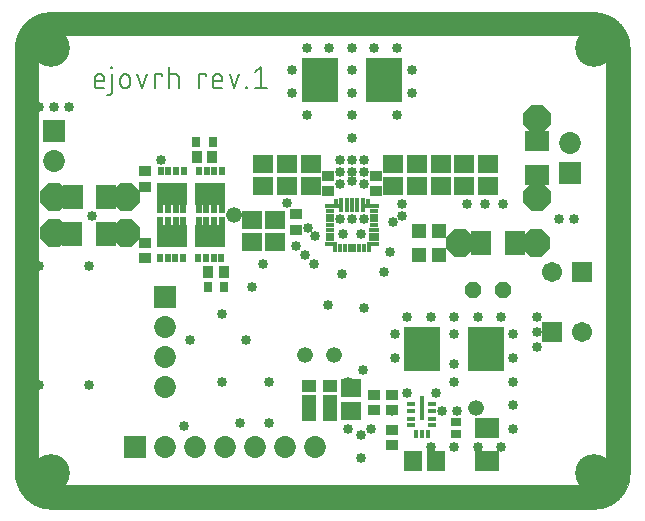
<source format=gts>
G04 EAGLE Gerber RS-274X export*
G75*
%MOMM*%
%FSLAX35Y35*%
%LPD*%
%INsolder_mask_top*%
%IPPOS*%
%AMOC8*
5,1,8,0,0,1.08239X$1,22.5*%
G01*
%ADD10C,0.000000*%
%ADD11C,2.000000*%
%ADD12C,0.203200*%
%ADD13R,1.153200X0.403200*%
%ADD14R,0.803200X0.403200*%
%ADD15R,1.103200X0.403200*%
%ADD16R,0.403200X0.803200*%
%ADD17R,0.903200X0.403200*%
%ADD18R,0.853200X0.403200*%
%ADD19R,0.883200X0.403200*%
%ADD20R,0.403200X1.203200*%
%ADD21R,0.403200X1.153200*%
%ADD22R,1.203200X1.303200*%
%ADD23R,1.103200X0.903200*%
%ADD24R,0.503200X0.803200*%
%ADD25R,0.503200X0.838200*%
%ADD26R,2.653200X1.978200*%
%ADD27R,0.803200X0.903200*%
%ADD28R,1.703200X1.503200*%
%ADD29P,1.539592X8X22.500000*%
%ADD30R,3.153200X3.703200*%
%ADD31C,1.703200*%
%ADD32R,1.703200X1.703200*%
%ADD33R,1.303200X2.203200*%
%ADD34R,1.303200X1.003200*%
%ADD35R,2.003200X1.803200*%
%ADD36R,0.803200X0.453200*%
%ADD37R,0.453200X2.028200*%
%ADD38R,0.453200X0.803200*%
%ADD39R,1.503200X1.703200*%
%ADD40R,0.903200X0.803200*%
%ADD41R,0.903200X1.103200*%
%ADD42P,2.556822X8X22.500000*%
%ADD43R,1.803200X2.006200*%
%ADD44P,2.556822X8X202.500000*%
%ADD45P,2.556822X8X112.500000*%
%ADD46R,2.006200X1.803200*%
%ADD47R,1.853200X1.853200*%
%ADD48C,1.853200*%
%ADD49C,0.853200*%
%ADD50C,3.203200*%
%ADD51C,1.328200*%


D10*
X0Y3900000D02*
X0Y300000D01*
X88Y292751D01*
X350Y285506D01*
X788Y278270D01*
X1401Y271046D01*
X2187Y263839D01*
X3148Y256653D01*
X4282Y249493D01*
X5589Y242362D01*
X7068Y235265D01*
X8717Y228205D01*
X10537Y221188D01*
X12526Y214216D01*
X14683Y207295D01*
X17006Y200428D01*
X19495Y193619D01*
X22148Y186872D01*
X24962Y180191D01*
X27938Y173580D01*
X31072Y167043D01*
X34363Y160583D01*
X37810Y154205D01*
X41409Y147912D01*
X45160Y141708D01*
X49059Y135596D01*
X53105Y129581D01*
X57295Y123664D01*
X61627Y117851D01*
X66098Y112144D01*
X70705Y106547D01*
X75447Y101063D01*
X80319Y95695D01*
X85320Y90447D01*
X90447Y85320D01*
X95695Y80319D01*
X101063Y75447D01*
X106547Y70705D01*
X112144Y66098D01*
X117851Y61627D01*
X123664Y57295D01*
X129581Y53105D01*
X135596Y49059D01*
X141708Y45160D01*
X147912Y41409D01*
X154205Y37810D01*
X160583Y34363D01*
X167043Y31072D01*
X173580Y27938D01*
X180191Y24962D01*
X186872Y22148D01*
X193619Y19495D01*
X200428Y17006D01*
X207295Y14683D01*
X214216Y12526D01*
X221188Y10537D01*
X228205Y8717D01*
X235265Y7068D01*
X242362Y5589D01*
X249493Y4282D01*
X256653Y3148D01*
X263839Y2187D01*
X271046Y1401D01*
X278270Y788D01*
X285506Y350D01*
X292751Y88D01*
X300000Y0D01*
X4900000Y0D01*
X4907249Y88D01*
X4914494Y350D01*
X4921730Y788D01*
X4928954Y1401D01*
X4936161Y2187D01*
X4943347Y3148D01*
X4950507Y4282D01*
X4957638Y5589D01*
X4964735Y7068D01*
X4971795Y8717D01*
X4978812Y10537D01*
X4985784Y12526D01*
X4992705Y14683D01*
X4999572Y17006D01*
X5006381Y19495D01*
X5013128Y22148D01*
X5019809Y24962D01*
X5026420Y27938D01*
X5032957Y31072D01*
X5039417Y34363D01*
X5045795Y37810D01*
X5052088Y41409D01*
X5058292Y45160D01*
X5064404Y49059D01*
X5070419Y53105D01*
X5076336Y57295D01*
X5082149Y61627D01*
X5087856Y66098D01*
X5093453Y70705D01*
X5098937Y75447D01*
X5104305Y80319D01*
X5109553Y85320D01*
X5114680Y90447D01*
X5119681Y95695D01*
X5124553Y101063D01*
X5129295Y106547D01*
X5133902Y112144D01*
X5138373Y117851D01*
X5142705Y123664D01*
X5146895Y129581D01*
X5150941Y135596D01*
X5154840Y141708D01*
X5158591Y147912D01*
X5162190Y154205D01*
X5165637Y160583D01*
X5168928Y167043D01*
X5172062Y173580D01*
X5175038Y180191D01*
X5177852Y186872D01*
X5180505Y193619D01*
X5182994Y200428D01*
X5185317Y207295D01*
X5187474Y214216D01*
X5189463Y221188D01*
X5191283Y228205D01*
X5192932Y235265D01*
X5194411Y242362D01*
X5195718Y249493D01*
X5196852Y256653D01*
X5197813Y263839D01*
X5198599Y271046D01*
X5199212Y278270D01*
X5199650Y285506D01*
X5199912Y292751D01*
X5200000Y300000D01*
X5200000Y3900000D01*
X5199912Y3907249D01*
X5199650Y3914494D01*
X5199212Y3921730D01*
X5198599Y3928954D01*
X5197813Y3936161D01*
X5196852Y3943347D01*
X5195718Y3950507D01*
X5194411Y3957638D01*
X5192932Y3964735D01*
X5191283Y3971795D01*
X5189463Y3978812D01*
X5187474Y3985784D01*
X5185317Y3992705D01*
X5182994Y3999572D01*
X5180505Y4006381D01*
X5177852Y4013128D01*
X5175038Y4019809D01*
X5172062Y4026420D01*
X5168928Y4032957D01*
X5165637Y4039417D01*
X5162190Y4045795D01*
X5158591Y4052088D01*
X5154840Y4058292D01*
X5150941Y4064404D01*
X5146895Y4070419D01*
X5142705Y4076336D01*
X5138373Y4082149D01*
X5133902Y4087856D01*
X5129295Y4093453D01*
X5124553Y4098937D01*
X5119681Y4104305D01*
X5114680Y4109553D01*
X5109553Y4114680D01*
X5104305Y4119681D01*
X5098937Y4124553D01*
X5093453Y4129295D01*
X5087856Y4133902D01*
X5082149Y4138373D01*
X5076336Y4142705D01*
X5070419Y4146895D01*
X5064404Y4150941D01*
X5058292Y4154840D01*
X5052088Y4158591D01*
X5045795Y4162190D01*
X5039417Y4165637D01*
X5032957Y4168928D01*
X5026420Y4172062D01*
X5019809Y4175038D01*
X5013128Y4177852D01*
X5006381Y4180505D01*
X4999572Y4182994D01*
X4992705Y4185317D01*
X4985784Y4187474D01*
X4978812Y4189463D01*
X4971795Y4191283D01*
X4964735Y4192932D01*
X4957638Y4194411D01*
X4950507Y4195718D01*
X4943347Y4196852D01*
X4936161Y4197813D01*
X4928954Y4198599D01*
X4921730Y4199212D01*
X4914494Y4199650D01*
X4907249Y4199912D01*
X4900000Y4200000D01*
X300000Y4200000D01*
X292751Y4199912D01*
X285506Y4199650D01*
X278270Y4199212D01*
X271046Y4198599D01*
X263839Y4197813D01*
X256653Y4196852D01*
X249493Y4195718D01*
X242362Y4194411D01*
X235265Y4192932D01*
X228205Y4191283D01*
X221188Y4189463D01*
X214216Y4187474D01*
X207295Y4185317D01*
X200428Y4182994D01*
X193619Y4180505D01*
X186872Y4177852D01*
X180191Y4175038D01*
X173580Y4172062D01*
X167043Y4168928D01*
X160583Y4165637D01*
X154205Y4162190D01*
X147912Y4158591D01*
X141708Y4154840D01*
X135596Y4150941D01*
X129581Y4146895D01*
X123664Y4142705D01*
X117851Y4138373D01*
X112144Y4133902D01*
X106547Y4129295D01*
X101063Y4124553D01*
X95695Y4119681D01*
X90447Y4114680D01*
X85320Y4109553D01*
X80319Y4104305D01*
X75447Y4098937D01*
X70705Y4093453D01*
X66098Y4087856D01*
X61627Y4082149D01*
X57295Y4076336D01*
X53105Y4070419D01*
X49059Y4064404D01*
X45160Y4058292D01*
X41409Y4052088D01*
X37810Y4045795D01*
X34363Y4039417D01*
X31072Y4032957D01*
X27938Y4026420D01*
X24962Y4019809D01*
X22148Y4013128D01*
X19495Y4006381D01*
X17006Y3999572D01*
X14683Y3992705D01*
X12526Y3985784D01*
X10537Y3978812D01*
X8717Y3971795D01*
X7068Y3964735D01*
X5589Y3957638D01*
X4282Y3950507D01*
X3148Y3943347D01*
X2187Y3936161D01*
X1401Y3928954D01*
X788Y3921730D01*
X350Y3914494D01*
X88Y3907249D01*
X0Y3900000D01*
D11*
X100000Y3900000D02*
X100058Y3904833D01*
X100234Y3909663D01*
X100525Y3914487D01*
X100934Y3919303D01*
X101458Y3924107D01*
X102099Y3928898D01*
X102855Y3933671D01*
X103726Y3938425D01*
X104712Y3943157D01*
X105812Y3947863D01*
X107025Y3952541D01*
X108351Y3957189D01*
X109789Y3961803D01*
X111338Y3966382D01*
X112997Y3970921D01*
X114765Y3975419D01*
X116642Y3979873D01*
X118625Y3984280D01*
X120715Y3988638D01*
X122909Y3992945D01*
X125206Y3997197D01*
X127606Y4001392D01*
X130106Y4005528D01*
X132706Y4009603D01*
X135403Y4013613D01*
X138197Y4017557D01*
X141084Y4021433D01*
X144065Y4025237D01*
X147137Y4028968D01*
X150298Y4032625D01*
X153546Y4036203D01*
X156880Y4039702D01*
X160298Y4043120D01*
X163797Y4046454D01*
X167375Y4049702D01*
X171032Y4052863D01*
X174763Y4055935D01*
X178567Y4058916D01*
X182443Y4061803D01*
X186387Y4064597D01*
X190397Y4067294D01*
X194472Y4069894D01*
X198608Y4072394D01*
X202803Y4074794D01*
X207055Y4077091D01*
X211362Y4079285D01*
X215720Y4081375D01*
X220127Y4083358D01*
X224581Y4085235D01*
X229079Y4087003D01*
X233618Y4088662D01*
X238197Y4090211D01*
X242811Y4091649D01*
X247459Y4092975D01*
X252137Y4094188D01*
X256843Y4095288D01*
X261575Y4096274D01*
X266329Y4097145D01*
X271102Y4097901D01*
X275893Y4098542D01*
X280697Y4099066D01*
X285513Y4099475D01*
X290337Y4099766D01*
X295167Y4099942D01*
X300000Y4100000D01*
X100000Y3900000D02*
X100000Y300000D01*
X100058Y295167D01*
X100234Y290337D01*
X100525Y285513D01*
X100934Y280697D01*
X101458Y275893D01*
X102099Y271102D01*
X102855Y266329D01*
X103726Y261575D01*
X104712Y256843D01*
X105812Y252137D01*
X107025Y247459D01*
X108351Y242811D01*
X109789Y238197D01*
X111338Y233618D01*
X112997Y229079D01*
X114765Y224581D01*
X116642Y220127D01*
X118625Y215720D01*
X120715Y211362D01*
X122909Y207055D01*
X125206Y202803D01*
X127606Y198608D01*
X130106Y194472D01*
X132706Y190397D01*
X135403Y186387D01*
X138197Y182443D01*
X141084Y178567D01*
X144065Y174763D01*
X147137Y171032D01*
X150298Y167375D01*
X153546Y163797D01*
X156880Y160298D01*
X160298Y156880D01*
X163797Y153546D01*
X167375Y150298D01*
X171032Y147137D01*
X174763Y144065D01*
X178567Y141084D01*
X182443Y138197D01*
X186387Y135403D01*
X190397Y132706D01*
X194472Y130106D01*
X198608Y127606D01*
X202803Y125206D01*
X207055Y122909D01*
X211362Y120715D01*
X215720Y118625D01*
X220127Y116642D01*
X224581Y114765D01*
X229079Y112997D01*
X233618Y111338D01*
X238197Y109789D01*
X242811Y108351D01*
X247459Y107025D01*
X252137Y105812D01*
X256843Y104712D01*
X261575Y103726D01*
X266329Y102855D01*
X271102Y102099D01*
X275893Y101458D01*
X280697Y100934D01*
X285513Y100525D01*
X290337Y100234D01*
X295167Y100058D01*
X300000Y100000D01*
X4900000Y100000D01*
X4904833Y100058D01*
X4909663Y100234D01*
X4914487Y100525D01*
X4919303Y100934D01*
X4924107Y101458D01*
X4928898Y102099D01*
X4933671Y102855D01*
X4938425Y103726D01*
X4943157Y104712D01*
X4947863Y105812D01*
X4952541Y107025D01*
X4957189Y108351D01*
X4961803Y109789D01*
X4966382Y111338D01*
X4970921Y112997D01*
X4975419Y114765D01*
X4979873Y116642D01*
X4984280Y118625D01*
X4988638Y120715D01*
X4992945Y122909D01*
X4997197Y125206D01*
X5001392Y127606D01*
X5005528Y130106D01*
X5009603Y132706D01*
X5013613Y135403D01*
X5017557Y138197D01*
X5021433Y141084D01*
X5025237Y144065D01*
X5028968Y147137D01*
X5032625Y150298D01*
X5036203Y153546D01*
X5039702Y156880D01*
X5043120Y160298D01*
X5046454Y163797D01*
X5049702Y167375D01*
X5052863Y171032D01*
X5055935Y174763D01*
X5058916Y178567D01*
X5061803Y182443D01*
X5064597Y186387D01*
X5067294Y190397D01*
X5069894Y194472D01*
X5072394Y198608D01*
X5074794Y202803D01*
X5077091Y207055D01*
X5079285Y211362D01*
X5081375Y215720D01*
X5083358Y220127D01*
X5085235Y224581D01*
X5087003Y229079D01*
X5088662Y233618D01*
X5090211Y238197D01*
X5091649Y242811D01*
X5092975Y247459D01*
X5094188Y252137D01*
X5095288Y256843D01*
X5096274Y261575D01*
X5097145Y266329D01*
X5097901Y271102D01*
X5098542Y275893D01*
X5099066Y280697D01*
X5099475Y285513D01*
X5099766Y290337D01*
X5099942Y295167D01*
X5100000Y300000D01*
X5100000Y3900000D01*
X5099942Y3904833D01*
X5099766Y3909663D01*
X5099475Y3914487D01*
X5099066Y3919303D01*
X5098542Y3924107D01*
X5097901Y3928898D01*
X5097145Y3933671D01*
X5096274Y3938425D01*
X5095288Y3943157D01*
X5094188Y3947863D01*
X5092975Y3952541D01*
X5091649Y3957189D01*
X5090211Y3961803D01*
X5088662Y3966382D01*
X5087003Y3970921D01*
X5085235Y3975419D01*
X5083358Y3979873D01*
X5081375Y3984280D01*
X5079285Y3988638D01*
X5077091Y3992945D01*
X5074794Y3997197D01*
X5072394Y4001392D01*
X5069894Y4005528D01*
X5067294Y4009603D01*
X5064597Y4013613D01*
X5061803Y4017557D01*
X5058916Y4021433D01*
X5055935Y4025237D01*
X5052863Y4028968D01*
X5049702Y4032625D01*
X5046454Y4036203D01*
X5043120Y4039702D01*
X5039702Y4043120D01*
X5036203Y4046454D01*
X5032625Y4049702D01*
X5028968Y4052863D01*
X5025237Y4055935D01*
X5021433Y4058916D01*
X5017557Y4061803D01*
X5013613Y4064597D01*
X5009603Y4067294D01*
X5005528Y4069894D01*
X5001392Y4072394D01*
X4997197Y4074794D01*
X4992945Y4077091D01*
X4988638Y4079285D01*
X4984280Y4081375D01*
X4979873Y4083358D01*
X4975419Y4085235D01*
X4970921Y4087003D01*
X4966382Y4088662D01*
X4961803Y4090211D01*
X4957189Y4091649D01*
X4952541Y4092975D01*
X4947863Y4094188D01*
X4943157Y4095288D01*
X4938425Y4096274D01*
X4933671Y4097145D01*
X4928898Y4097901D01*
X4924107Y4098542D01*
X4919303Y4099066D01*
X4914487Y4099475D01*
X4909663Y4099766D01*
X4904833Y4099942D01*
X4900000Y4100000D01*
X300000Y4100000D01*
D12*
X700777Y3560160D02*
X750688Y3560160D01*
X700777Y3560160D02*
X700053Y3560169D01*
X699330Y3560195D01*
X698608Y3560239D01*
X697887Y3560300D01*
X697167Y3560378D01*
X696450Y3560474D01*
X695735Y3560587D01*
X695023Y3560718D01*
X694315Y3560866D01*
X693610Y3561030D01*
X692910Y3561212D01*
X692214Y3561410D01*
X691523Y3561626D01*
X690837Y3561858D01*
X690158Y3562106D01*
X689484Y3562371D01*
X688817Y3562652D01*
X688157Y3562949D01*
X687505Y3563262D01*
X686860Y3563590D01*
X686223Y3563934D01*
X685595Y3564294D01*
X684976Y3564668D01*
X684366Y3565057D01*
X683765Y3565461D01*
X683175Y3565879D01*
X682594Y3566312D01*
X682025Y3566758D01*
X681466Y3567218D01*
X680918Y3567691D01*
X680383Y3568178D01*
X679859Y3568677D01*
X679347Y3569189D01*
X678848Y3569713D01*
X678361Y3570248D01*
X677888Y3570796D01*
X677428Y3571355D01*
X676982Y3571924D01*
X676549Y3572505D01*
X676131Y3573095D01*
X675727Y3573696D01*
X675338Y3574306D01*
X674964Y3574925D01*
X674604Y3575553D01*
X674260Y3576190D01*
X673932Y3576835D01*
X673619Y3577487D01*
X673322Y3578147D01*
X673041Y3578814D01*
X672776Y3579488D01*
X672528Y3580167D01*
X672296Y3580853D01*
X672080Y3581544D01*
X671882Y3582240D01*
X671700Y3582940D01*
X671536Y3583645D01*
X671388Y3584353D01*
X671257Y3585065D01*
X671144Y3585780D01*
X671048Y3586497D01*
X670970Y3587217D01*
X670909Y3587938D01*
X670865Y3588660D01*
X670839Y3589383D01*
X670830Y3590107D01*
X670831Y3590107D02*
X670831Y3640018D01*
X670830Y3640018D02*
X670842Y3640990D01*
X670877Y3641962D01*
X670937Y3642933D01*
X671019Y3643901D01*
X671126Y3644868D01*
X671256Y3645832D01*
X671409Y3646792D01*
X671585Y3647748D01*
X671785Y3648700D01*
X672008Y3649646D01*
X672254Y3650587D01*
X672523Y3651522D01*
X672814Y3652449D01*
X673128Y3653369D01*
X673465Y3654282D01*
X673823Y3655186D01*
X674203Y3656081D01*
X674605Y3656966D01*
X675029Y3657841D01*
X675473Y3658706D01*
X675939Y3659560D01*
X676425Y3660402D01*
X676932Y3661232D01*
X677458Y3662050D01*
X678005Y3662854D01*
X678570Y3663645D01*
X679155Y3664422D01*
X679759Y3665184D01*
X680381Y3665931D01*
X681021Y3666663D01*
X681679Y3667380D01*
X682354Y3668080D01*
X683045Y3668763D01*
X683754Y3669429D01*
X684478Y3670078D01*
X685217Y3670709D01*
X685972Y3671322D01*
X686742Y3671916D01*
X687526Y3672492D01*
X688324Y3673048D01*
X689135Y3673584D01*
X689958Y3674101D01*
X690795Y3674598D01*
X691642Y3675073D01*
X692502Y3675529D01*
X693372Y3675963D01*
X694252Y3676375D01*
X695143Y3676767D01*
X696042Y3677136D01*
X696950Y3677483D01*
X697867Y3677808D01*
X698791Y3678111D01*
X699722Y3678391D01*
X700660Y3678649D01*
X701603Y3678883D01*
X702552Y3679095D01*
X703506Y3679283D01*
X704465Y3679448D01*
X705427Y3679589D01*
X706392Y3679707D01*
X707360Y3679802D01*
X708329Y3679873D01*
X709301Y3679920D01*
X710273Y3679944D01*
X711245Y3679944D01*
X712217Y3679920D01*
X713189Y3679873D01*
X714158Y3679802D01*
X715126Y3679707D01*
X716091Y3679589D01*
X717053Y3679448D01*
X718012Y3679283D01*
X718966Y3679095D01*
X719915Y3678883D01*
X720858Y3678649D01*
X721796Y3678391D01*
X722727Y3678111D01*
X723651Y3677808D01*
X724568Y3677483D01*
X725476Y3677136D01*
X726375Y3676767D01*
X727266Y3676375D01*
X728146Y3675963D01*
X729016Y3675529D01*
X729876Y3675073D01*
X730724Y3674598D01*
X731560Y3674101D01*
X732383Y3673584D01*
X733194Y3673048D01*
X733992Y3672492D01*
X734776Y3671916D01*
X735546Y3671322D01*
X736301Y3670709D01*
X737040Y3670078D01*
X737764Y3669429D01*
X738473Y3668763D01*
X739164Y3668080D01*
X739839Y3667380D01*
X740497Y3666663D01*
X741137Y3665931D01*
X741759Y3665184D01*
X742363Y3664422D01*
X742948Y3663645D01*
X743513Y3662854D01*
X744060Y3662050D01*
X744586Y3661232D01*
X745093Y3660402D01*
X745579Y3659560D01*
X746045Y3658706D01*
X746489Y3657841D01*
X746913Y3656966D01*
X747315Y3656081D01*
X747695Y3655186D01*
X748053Y3654282D01*
X748390Y3653369D01*
X748704Y3652449D01*
X748995Y3651522D01*
X749264Y3650587D01*
X749510Y3649646D01*
X749733Y3648700D01*
X749933Y3647748D01*
X750109Y3646792D01*
X750262Y3645832D01*
X750392Y3644868D01*
X750499Y3643901D01*
X750581Y3642933D01*
X750641Y3641962D01*
X750676Y3640990D01*
X750688Y3640018D01*
X750688Y3620053D01*
X670831Y3620053D01*
X817353Y3679947D02*
X817353Y3530213D01*
X817344Y3529478D01*
X817317Y3528744D01*
X817272Y3528010D01*
X817209Y3527278D01*
X817128Y3526547D01*
X817029Y3525819D01*
X816912Y3525093D01*
X816778Y3524371D01*
X816625Y3523652D01*
X816456Y3522937D01*
X816268Y3522226D01*
X816064Y3521520D01*
X815842Y3520819D01*
X815602Y3520124D01*
X815346Y3519435D01*
X815073Y3518753D01*
X814784Y3518077D01*
X814478Y3517409D01*
X814155Y3516749D01*
X813817Y3516096D01*
X813463Y3515452D01*
X813092Y3514817D01*
X812707Y3514192D01*
X812306Y3513575D01*
X811890Y3512969D01*
X811460Y3512374D01*
X811015Y3511789D01*
X810555Y3511215D01*
X810082Y3510653D01*
X809595Y3510102D01*
X809095Y3509563D01*
X808582Y3509037D01*
X808056Y3508524D01*
X807517Y3508024D01*
X806967Y3507537D01*
X806404Y3507064D01*
X805830Y3506605D01*
X805246Y3506159D01*
X804650Y3505729D01*
X804044Y3505313D01*
X803428Y3504912D01*
X802802Y3504527D01*
X802167Y3504157D01*
X801523Y3503802D01*
X800871Y3503464D01*
X800210Y3503141D01*
X799542Y3502835D01*
X798866Y3502546D01*
X798184Y3502273D01*
X797495Y3502017D01*
X796800Y3501778D01*
X796099Y3501556D01*
X795393Y3501351D01*
X794683Y3501164D01*
X793968Y3500994D01*
X793249Y3500841D01*
X792526Y3500707D01*
X791800Y3500590D01*
X791072Y3500491D01*
X790342Y3500410D01*
X789609Y3500347D01*
X788876Y3500302D01*
X788141Y3500275D01*
X787406Y3500266D01*
X787407Y3500267D02*
X777424Y3500267D01*
X812362Y3729858D02*
X812362Y3739840D01*
X822344Y3739840D01*
X822344Y3729858D01*
X812362Y3729858D01*
X889331Y3640018D02*
X889331Y3600089D01*
X889330Y3640018D02*
X889342Y3640990D01*
X889377Y3641962D01*
X889437Y3642933D01*
X889519Y3643901D01*
X889626Y3644868D01*
X889756Y3645832D01*
X889909Y3646792D01*
X890085Y3647748D01*
X890285Y3648700D01*
X890508Y3649646D01*
X890754Y3650587D01*
X891023Y3651522D01*
X891314Y3652449D01*
X891628Y3653369D01*
X891965Y3654282D01*
X892323Y3655186D01*
X892703Y3656081D01*
X893105Y3656966D01*
X893529Y3657841D01*
X893973Y3658706D01*
X894439Y3659560D01*
X894925Y3660402D01*
X895432Y3661232D01*
X895958Y3662050D01*
X896505Y3662854D01*
X897070Y3663645D01*
X897655Y3664422D01*
X898259Y3665184D01*
X898881Y3665931D01*
X899521Y3666663D01*
X900179Y3667380D01*
X900854Y3668080D01*
X901545Y3668763D01*
X902254Y3669429D01*
X902978Y3670078D01*
X903717Y3670709D01*
X904472Y3671322D01*
X905242Y3671916D01*
X906026Y3672492D01*
X906824Y3673048D01*
X907635Y3673584D01*
X908458Y3674101D01*
X909295Y3674598D01*
X910142Y3675073D01*
X911002Y3675529D01*
X911872Y3675963D01*
X912752Y3676375D01*
X913643Y3676767D01*
X914542Y3677136D01*
X915450Y3677483D01*
X916367Y3677808D01*
X917291Y3678111D01*
X918222Y3678391D01*
X919160Y3678649D01*
X920103Y3678883D01*
X921052Y3679095D01*
X922006Y3679283D01*
X922965Y3679448D01*
X923927Y3679589D01*
X924892Y3679707D01*
X925860Y3679802D01*
X926829Y3679873D01*
X927801Y3679920D01*
X928773Y3679944D01*
X929745Y3679944D01*
X930717Y3679920D01*
X931689Y3679873D01*
X932658Y3679802D01*
X933626Y3679707D01*
X934591Y3679589D01*
X935553Y3679448D01*
X936512Y3679283D01*
X937466Y3679095D01*
X938415Y3678883D01*
X939358Y3678649D01*
X940296Y3678391D01*
X941227Y3678111D01*
X942151Y3677808D01*
X943068Y3677483D01*
X943976Y3677136D01*
X944875Y3676767D01*
X945766Y3676375D01*
X946646Y3675963D01*
X947516Y3675529D01*
X948376Y3675073D01*
X949224Y3674598D01*
X950060Y3674101D01*
X950883Y3673584D01*
X951694Y3673048D01*
X952492Y3672492D01*
X953276Y3671916D01*
X954046Y3671322D01*
X954801Y3670709D01*
X955540Y3670078D01*
X956264Y3669429D01*
X956973Y3668763D01*
X957664Y3668080D01*
X958339Y3667380D01*
X958997Y3666663D01*
X959637Y3665931D01*
X960259Y3665184D01*
X960863Y3664422D01*
X961448Y3663645D01*
X962013Y3662854D01*
X962560Y3662050D01*
X963086Y3661232D01*
X963593Y3660402D01*
X964079Y3659560D01*
X964545Y3658706D01*
X964989Y3657841D01*
X965413Y3656966D01*
X965815Y3656081D01*
X966195Y3655186D01*
X966553Y3654282D01*
X966890Y3653369D01*
X967204Y3652449D01*
X967495Y3651522D01*
X967764Y3650587D01*
X968010Y3649646D01*
X968233Y3648700D01*
X968433Y3647748D01*
X968609Y3646792D01*
X968762Y3645832D01*
X968892Y3644868D01*
X968999Y3643901D01*
X969081Y3642933D01*
X969141Y3641962D01*
X969176Y3640990D01*
X969188Y3640018D01*
X969188Y3600089D01*
X969176Y3599117D01*
X969141Y3598145D01*
X969081Y3597174D01*
X968999Y3596206D01*
X968892Y3595239D01*
X968762Y3594275D01*
X968609Y3593315D01*
X968433Y3592359D01*
X968233Y3591407D01*
X968010Y3590461D01*
X967764Y3589520D01*
X967495Y3588585D01*
X967204Y3587658D01*
X966890Y3586738D01*
X966553Y3585825D01*
X966195Y3584921D01*
X965815Y3584026D01*
X965413Y3583141D01*
X964989Y3582266D01*
X964545Y3581401D01*
X964079Y3580547D01*
X963593Y3579705D01*
X963086Y3578875D01*
X962560Y3578057D01*
X962013Y3577253D01*
X961448Y3576462D01*
X960863Y3575685D01*
X960259Y3574923D01*
X959637Y3574176D01*
X958997Y3573444D01*
X958339Y3572727D01*
X957664Y3572027D01*
X956973Y3571344D01*
X956264Y3570678D01*
X955540Y3570029D01*
X954801Y3569398D01*
X954046Y3568785D01*
X953276Y3568191D01*
X952492Y3567615D01*
X951694Y3567059D01*
X950883Y3566523D01*
X950060Y3566006D01*
X949224Y3565509D01*
X948376Y3565034D01*
X947516Y3564578D01*
X946646Y3564144D01*
X945766Y3563732D01*
X944875Y3563340D01*
X943976Y3562971D01*
X943068Y3562624D01*
X942151Y3562299D01*
X941227Y3561996D01*
X940296Y3561716D01*
X939358Y3561458D01*
X938415Y3561224D01*
X937466Y3561012D01*
X936512Y3560824D01*
X935553Y3560659D01*
X934591Y3560518D01*
X933626Y3560400D01*
X932658Y3560305D01*
X931689Y3560234D01*
X930717Y3560187D01*
X929745Y3560163D01*
X928773Y3560163D01*
X927801Y3560187D01*
X926829Y3560234D01*
X925860Y3560305D01*
X924892Y3560400D01*
X923927Y3560518D01*
X922965Y3560659D01*
X922006Y3560824D01*
X921052Y3561012D01*
X920103Y3561224D01*
X919160Y3561458D01*
X918222Y3561716D01*
X917291Y3561996D01*
X916367Y3562299D01*
X915450Y3562624D01*
X914542Y3562971D01*
X913643Y3563340D01*
X912752Y3563732D01*
X911872Y3564144D01*
X911002Y3564578D01*
X910142Y3565034D01*
X909295Y3565509D01*
X908458Y3566006D01*
X907635Y3566523D01*
X906824Y3567059D01*
X906026Y3567615D01*
X905242Y3568191D01*
X904472Y3568785D01*
X903717Y3569398D01*
X902978Y3570029D01*
X902254Y3570678D01*
X901545Y3571344D01*
X900854Y3572027D01*
X900179Y3572727D01*
X899521Y3573444D01*
X898881Y3574176D01*
X898259Y3574923D01*
X897655Y3575685D01*
X897070Y3576462D01*
X896505Y3577253D01*
X895958Y3578057D01*
X895432Y3578875D01*
X894925Y3579705D01*
X894439Y3580547D01*
X893973Y3581401D01*
X893529Y3582266D01*
X893105Y3583141D01*
X892703Y3584026D01*
X892323Y3584921D01*
X891965Y3585825D01*
X891628Y3586738D01*
X891314Y3587658D01*
X891023Y3588585D01*
X890754Y3589520D01*
X890508Y3590461D01*
X890285Y3591407D01*
X890085Y3592359D01*
X889909Y3593315D01*
X889756Y3594275D01*
X889626Y3595239D01*
X889519Y3596206D01*
X889437Y3597174D01*
X889377Y3598145D01*
X889342Y3599117D01*
X889330Y3600089D01*
X1033081Y3679947D02*
X1073009Y3560160D01*
X1112938Y3679947D01*
X1183537Y3679947D02*
X1183537Y3560160D01*
X1183537Y3679947D02*
X1243430Y3679947D01*
X1243430Y3659982D01*
X1303330Y3739840D02*
X1303330Y3560160D01*
X1303330Y3679947D02*
X1353241Y3679947D01*
X1353965Y3679938D01*
X1354688Y3679912D01*
X1355410Y3679868D01*
X1356131Y3679807D01*
X1356851Y3679729D01*
X1357568Y3679633D01*
X1358283Y3679520D01*
X1358995Y3679389D01*
X1359703Y3679241D01*
X1360408Y3679077D01*
X1361108Y3678895D01*
X1361804Y3678697D01*
X1362495Y3678481D01*
X1363181Y3678249D01*
X1363860Y3678001D01*
X1364534Y3677736D01*
X1365201Y3677455D01*
X1365861Y3677158D01*
X1366513Y3676845D01*
X1367158Y3676517D01*
X1367795Y3676173D01*
X1368423Y3675813D01*
X1369042Y3675439D01*
X1369652Y3675050D01*
X1370253Y3674646D01*
X1370843Y3674228D01*
X1371424Y3673795D01*
X1371993Y3673349D01*
X1372552Y3672889D01*
X1373100Y3672416D01*
X1373635Y3671929D01*
X1374159Y3671430D01*
X1374671Y3670918D01*
X1375170Y3670394D01*
X1375657Y3669859D01*
X1376130Y3669311D01*
X1376590Y3668752D01*
X1377036Y3668183D01*
X1377469Y3667602D01*
X1377887Y3667012D01*
X1378291Y3666411D01*
X1378680Y3665801D01*
X1379054Y3665182D01*
X1379414Y3664554D01*
X1379758Y3663917D01*
X1380086Y3663272D01*
X1380399Y3662620D01*
X1380696Y3661960D01*
X1380977Y3661293D01*
X1381242Y3660619D01*
X1381490Y3659940D01*
X1381722Y3659254D01*
X1381938Y3658563D01*
X1382136Y3657867D01*
X1382318Y3657167D01*
X1382482Y3656462D01*
X1382630Y3655754D01*
X1382761Y3655042D01*
X1382874Y3654327D01*
X1382970Y3653610D01*
X1383048Y3652890D01*
X1383109Y3652169D01*
X1383153Y3651447D01*
X1383179Y3650724D01*
X1383188Y3650000D01*
X1383188Y3560160D01*
X1557286Y3560160D02*
X1557286Y3679947D01*
X1617179Y3679947D01*
X1617179Y3659982D01*
X1701277Y3560160D02*
X1751188Y3560160D01*
X1701277Y3560160D02*
X1700553Y3560169D01*
X1699830Y3560195D01*
X1699108Y3560239D01*
X1698387Y3560300D01*
X1697667Y3560378D01*
X1696950Y3560474D01*
X1696235Y3560587D01*
X1695523Y3560718D01*
X1694815Y3560866D01*
X1694110Y3561030D01*
X1693410Y3561212D01*
X1692714Y3561410D01*
X1692023Y3561626D01*
X1691337Y3561858D01*
X1690658Y3562106D01*
X1689984Y3562371D01*
X1689317Y3562652D01*
X1688657Y3562949D01*
X1688005Y3563262D01*
X1687360Y3563590D01*
X1686723Y3563934D01*
X1686095Y3564294D01*
X1685476Y3564668D01*
X1684866Y3565057D01*
X1684265Y3565461D01*
X1683675Y3565879D01*
X1683094Y3566312D01*
X1682525Y3566758D01*
X1681966Y3567218D01*
X1681418Y3567691D01*
X1680883Y3568178D01*
X1680359Y3568677D01*
X1679847Y3569189D01*
X1679348Y3569713D01*
X1678861Y3570248D01*
X1678388Y3570796D01*
X1677928Y3571355D01*
X1677482Y3571924D01*
X1677049Y3572505D01*
X1676631Y3573095D01*
X1676227Y3573696D01*
X1675838Y3574306D01*
X1675464Y3574925D01*
X1675104Y3575553D01*
X1674760Y3576190D01*
X1674432Y3576835D01*
X1674119Y3577487D01*
X1673822Y3578147D01*
X1673541Y3578814D01*
X1673276Y3579488D01*
X1673028Y3580167D01*
X1672796Y3580853D01*
X1672580Y3581544D01*
X1672382Y3582240D01*
X1672200Y3582940D01*
X1672036Y3583645D01*
X1671888Y3584353D01*
X1671757Y3585065D01*
X1671644Y3585780D01*
X1671548Y3586497D01*
X1671470Y3587217D01*
X1671409Y3587938D01*
X1671365Y3588660D01*
X1671339Y3589383D01*
X1671330Y3590107D01*
X1671330Y3640018D01*
X1671342Y3640990D01*
X1671377Y3641962D01*
X1671437Y3642933D01*
X1671519Y3643901D01*
X1671626Y3644868D01*
X1671756Y3645832D01*
X1671909Y3646792D01*
X1672085Y3647748D01*
X1672285Y3648700D01*
X1672508Y3649646D01*
X1672754Y3650587D01*
X1673023Y3651522D01*
X1673314Y3652449D01*
X1673628Y3653369D01*
X1673965Y3654282D01*
X1674323Y3655186D01*
X1674703Y3656081D01*
X1675105Y3656966D01*
X1675529Y3657841D01*
X1675973Y3658706D01*
X1676439Y3659560D01*
X1676925Y3660402D01*
X1677432Y3661232D01*
X1677958Y3662050D01*
X1678505Y3662854D01*
X1679070Y3663645D01*
X1679655Y3664422D01*
X1680259Y3665184D01*
X1680881Y3665931D01*
X1681521Y3666663D01*
X1682179Y3667380D01*
X1682854Y3668080D01*
X1683545Y3668763D01*
X1684254Y3669429D01*
X1684978Y3670078D01*
X1685717Y3670709D01*
X1686472Y3671322D01*
X1687242Y3671916D01*
X1688026Y3672492D01*
X1688824Y3673048D01*
X1689635Y3673584D01*
X1690458Y3674101D01*
X1691295Y3674598D01*
X1692142Y3675073D01*
X1693002Y3675529D01*
X1693872Y3675963D01*
X1694752Y3676375D01*
X1695643Y3676767D01*
X1696542Y3677136D01*
X1697450Y3677483D01*
X1698367Y3677808D01*
X1699291Y3678111D01*
X1700222Y3678391D01*
X1701160Y3678649D01*
X1702103Y3678883D01*
X1703052Y3679095D01*
X1704006Y3679283D01*
X1704965Y3679448D01*
X1705927Y3679589D01*
X1706892Y3679707D01*
X1707860Y3679802D01*
X1708829Y3679873D01*
X1709801Y3679920D01*
X1710773Y3679944D01*
X1711745Y3679944D01*
X1712717Y3679920D01*
X1713689Y3679873D01*
X1714658Y3679802D01*
X1715626Y3679707D01*
X1716591Y3679589D01*
X1717553Y3679448D01*
X1718512Y3679283D01*
X1719466Y3679095D01*
X1720415Y3678883D01*
X1721358Y3678649D01*
X1722296Y3678391D01*
X1723227Y3678111D01*
X1724151Y3677808D01*
X1725068Y3677483D01*
X1725976Y3677136D01*
X1726875Y3676767D01*
X1727766Y3676375D01*
X1728646Y3675963D01*
X1729516Y3675529D01*
X1730376Y3675073D01*
X1731224Y3674598D01*
X1732060Y3674101D01*
X1732883Y3673584D01*
X1733694Y3673048D01*
X1734492Y3672492D01*
X1735276Y3671916D01*
X1736046Y3671322D01*
X1736801Y3670709D01*
X1737540Y3670078D01*
X1738264Y3669429D01*
X1738973Y3668763D01*
X1739664Y3668080D01*
X1740339Y3667380D01*
X1740997Y3666663D01*
X1741637Y3665931D01*
X1742259Y3665184D01*
X1742863Y3664422D01*
X1743448Y3663645D01*
X1744013Y3662854D01*
X1744560Y3662050D01*
X1745086Y3661232D01*
X1745593Y3660402D01*
X1746079Y3659560D01*
X1746545Y3658706D01*
X1746989Y3657841D01*
X1747413Y3656966D01*
X1747815Y3656081D01*
X1748195Y3655186D01*
X1748553Y3654282D01*
X1748890Y3653369D01*
X1749204Y3652449D01*
X1749495Y3651522D01*
X1749764Y3650587D01*
X1750010Y3649646D01*
X1750233Y3648700D01*
X1750433Y3647748D01*
X1750609Y3646792D01*
X1750762Y3645832D01*
X1750892Y3644868D01*
X1750999Y3643901D01*
X1751081Y3642933D01*
X1751141Y3641962D01*
X1751176Y3640990D01*
X1751188Y3640018D01*
X1751188Y3620053D01*
X1671330Y3620053D01*
X1815080Y3679947D02*
X1855009Y3560160D01*
X1894938Y3679947D01*
X1953518Y3570142D02*
X1953518Y3560160D01*
X1953518Y3570142D02*
X1963500Y3570142D01*
X1963500Y3560160D01*
X1953518Y3560160D01*
X2029347Y3699911D02*
X2079258Y3739840D01*
X2079258Y3560160D01*
X2029347Y3560160D02*
X2129169Y3560160D01*
D13*
X2677500Y2560000D03*
D14*
X2660000Y2520000D03*
X2660000Y2480000D03*
X2660000Y2440000D03*
X2660000Y2400000D03*
X2660000Y2360000D03*
X2660000Y2320000D03*
X2660000Y2280000D03*
D15*
X2675000Y2240000D03*
D16*
X2750000Y2210000D03*
X2790000Y2210000D03*
X2830000Y2210000D03*
X2870000Y2210000D03*
X2910000Y2210000D03*
X2950000Y2210000D03*
D15*
X3025000Y2240000D03*
D17*
X3035000Y2280000D03*
D18*
X3037500Y2320000D03*
D19*
X3036000Y2360000D03*
D14*
X3040000Y2400000D03*
X3040000Y2440000D03*
X3040000Y2480000D03*
X3040000Y2520000D03*
D13*
X3022500Y2560000D03*
D20*
X2940000Y2570000D03*
X2895000Y2570000D03*
X2850000Y2570000D03*
X2805000Y2570000D03*
D21*
X2760000Y2572500D03*
D16*
X2715000Y2590000D03*
X2710000Y2210000D03*
X2990000Y2210000D03*
X2985000Y2590000D03*
D22*
X3585000Y2350000D03*
X3415000Y2350000D03*
X3415000Y2150000D03*
X3585000Y2150000D03*
D23*
X3050000Y2685000D03*
X3050000Y2815000D03*
X2650000Y2685000D03*
X2650000Y2815000D03*
D24*
X1550000Y2120000D03*
X1615000Y2120000D03*
X1680000Y2120000D03*
X1745000Y2120000D03*
D25*
X1747500Y2427500D03*
X1682500Y2427500D03*
X1617500Y2427500D03*
X1552500Y2427500D03*
D26*
X1650000Y2307500D03*
D24*
X1425000Y2855000D03*
X1360000Y2855000D03*
X1295000Y2855000D03*
X1230000Y2855000D03*
D25*
X1227500Y2547500D03*
X1292500Y2547500D03*
X1357500Y2547500D03*
X1422500Y2547500D03*
D26*
X1325000Y2667500D03*
D24*
X1225000Y2120000D03*
X1290000Y2120000D03*
X1355000Y2120000D03*
X1420000Y2120000D03*
D25*
X1422500Y2427500D03*
X1357500Y2427500D03*
X1292500Y2427500D03*
X1227500Y2427500D03*
D26*
X1325000Y2307500D03*
D24*
X1750000Y2855000D03*
X1685000Y2855000D03*
X1620000Y2855000D03*
X1555000Y2855000D03*
D25*
X1552500Y2547500D03*
X1617500Y2547500D03*
X1682500Y2547500D03*
X1747500Y2547500D03*
D26*
X1650000Y2667500D03*
D27*
X1770000Y1875000D03*
X1630000Y1875000D03*
X1530000Y3100000D03*
X1670000Y3100000D03*
D23*
X1100000Y2250000D03*
X1100000Y2120000D03*
X1100000Y2855000D03*
X1100000Y2725000D03*
D28*
X2500000Y2730000D03*
X2500000Y2920000D03*
X2300000Y2730000D03*
X2300000Y2920000D03*
X2100000Y2730000D03*
X2100000Y2920000D03*
D23*
X2375000Y2490000D03*
X2375000Y2360000D03*
D28*
X2200000Y2445000D03*
X2200000Y2255000D03*
X2000000Y2445000D03*
X2000000Y2255000D03*
D29*
X3873000Y1850000D03*
X4127000Y1850000D03*
D28*
X3200000Y2730000D03*
X3200000Y2920000D03*
X3400000Y2730000D03*
X3400000Y2920000D03*
X3600000Y2730000D03*
X3600000Y2920000D03*
X3800000Y2730000D03*
X3800000Y2920000D03*
X4000000Y2730000D03*
X4000000Y2920000D03*
D30*
X3120000Y3625000D03*
X2580000Y3625000D03*
D31*
X4795000Y1497000D03*
D32*
X4541000Y1497000D03*
D31*
X4541000Y2005000D03*
D32*
X4795000Y2005000D03*
D33*
X2490000Y850000D03*
D34*
X2490000Y1040000D03*
D33*
X2665000Y850000D03*
D34*
X2665000Y1040000D03*
D23*
X3190000Y835000D03*
X3190000Y965000D03*
D35*
X3990000Y685000D03*
X3990000Y405000D03*
D36*
X3349100Y888500D03*
X3349100Y823500D03*
X3348900Y758000D03*
X3348900Y708000D03*
X3529900Y888500D03*
X3529900Y823500D03*
X3530100Y758600D03*
X3530100Y708600D03*
D37*
X3440000Y853800D03*
D38*
X3390000Y634800D03*
X3440000Y635000D03*
X3490000Y634800D03*
D23*
X3040000Y835000D03*
X3040000Y965000D03*
D28*
X2840000Y830000D03*
X2840000Y1020000D03*
D39*
X3370000Y400000D03*
X3560000Y400000D03*
D40*
X3727500Y635000D03*
X3727500Y735000D03*
D23*
X3190000Y665000D03*
X3190000Y535000D03*
D30*
X3445000Y1350000D03*
X3985000Y1350000D03*
D41*
X1535000Y2975000D03*
X1665000Y2975000D03*
X1635000Y2000000D03*
X1765000Y2000000D03*
D42*
X325000Y2640000D03*
D43*
X771200Y2640000D03*
X486800Y2640000D03*
D42*
X933000Y2640000D03*
X325000Y2334750D03*
D43*
X763700Y2327250D03*
X479300Y2327250D03*
D42*
X933000Y2336000D03*
D44*
X4411250Y2247000D03*
D43*
X3944050Y2247000D03*
X4228450Y2247000D03*
D44*
X3761250Y2247000D03*
D45*
X4414000Y2640000D03*
D46*
X4414000Y3111200D03*
X4414000Y2826800D03*
D45*
X4414000Y3298000D03*
D47*
X325000Y3194000D03*
D48*
X325000Y2940000D03*
D47*
X4693000Y2840000D03*
D48*
X4693000Y3094000D03*
D47*
X1266250Y1789750D03*
D48*
X1266250Y1535750D03*
X1266250Y1281750D03*
X1266250Y1027750D03*
D47*
X1013000Y525000D03*
D48*
X1267000Y525000D03*
X1521000Y525000D03*
X1775000Y525000D03*
X2029000Y525000D03*
X2283000Y525000D03*
X2537000Y525000D03*
D49*
X3125000Y2000000D03*
X2775000Y2325000D03*
X2950000Y2750000D03*
X3075000Y3625000D03*
X3075000Y3500000D03*
X3075000Y3750000D03*
X2950000Y2850000D03*
X2750000Y2750000D03*
X2625000Y3625000D03*
X2625000Y3750000D03*
X2625000Y3500000D03*
X2750000Y2850000D03*
X2750000Y2450000D03*
X2950000Y2450000D03*
X2925000Y2325000D03*
X2300000Y2590000D03*
X2765000Y1987500D03*
X3200000Y2425000D03*
X2850000Y2450000D03*
X2850000Y2850000D03*
X2850000Y2950000D03*
X2750000Y2950000D03*
X2950000Y2950000D03*
X2850000Y2775000D03*
X3200000Y2925000D03*
X3400000Y2925000D03*
X3600000Y2925000D03*
X3800000Y2925000D03*
X4000000Y2925000D03*
X2100000Y2925000D03*
X2000000Y2250000D03*
X2200000Y2250000D03*
X3315000Y975000D03*
X3565000Y975000D03*
X3715000Y1075000D03*
X3715000Y1225000D03*
X3715000Y1475000D03*
X3715000Y1625000D03*
X3515000Y1625000D03*
X3315000Y1625000D03*
X3215000Y1475000D03*
X3915000Y1625000D03*
X4115000Y1625000D03*
X4215000Y1475000D03*
X4215000Y1275000D03*
X4215000Y1075000D03*
X4215000Y875000D03*
X4215000Y675000D03*
X3215000Y1275000D03*
X4115000Y525000D03*
X3715000Y525000D03*
X3515000Y525000D03*
X2940000Y1175000D03*
X2815000Y1075000D03*
D50*
X300000Y3900000D03*
X4900000Y3900000D03*
X4900000Y300000D03*
X300000Y300000D03*
D49*
X2850000Y3140500D03*
X2850000Y3331000D03*
X2850000Y3521500D03*
X2850000Y3712000D03*
X2850000Y3902500D03*
X3040500Y3902500D03*
X3231000Y3902500D03*
X3358000Y3712000D03*
X3358000Y3521500D03*
X3231000Y3331000D03*
X2659500Y3902500D03*
X2469000Y3902500D03*
X2342000Y3712000D03*
X2342000Y3521500D03*
X2469000Y3331000D03*
X4414000Y1370000D03*
X4414000Y1497000D03*
X4414000Y1624000D03*
X4604500Y2449500D03*
X4731500Y2449500D03*
X198000Y3402000D03*
X325000Y3402000D03*
X452000Y3402000D03*
X200000Y2050000D03*
X625000Y2050000D03*
X200000Y1050000D03*
X625000Y1050000D03*
X3175000Y2175000D03*
X2650000Y1725000D03*
X2950000Y1700000D03*
X1475000Y1425000D03*
X3915000Y525000D03*
X2500000Y2925000D03*
X2300000Y2925000D03*
X2150000Y1075000D03*
X1750000Y1075000D03*
X2925000Y625000D03*
X2925000Y425000D03*
X652000Y2477000D03*
X1950000Y1425000D03*
X2100000Y2075000D03*
X2000000Y1875000D03*
X1750000Y1650000D03*
X1900000Y725000D03*
X2150000Y725000D03*
X1425000Y700000D03*
X3825000Y2575000D03*
X3975000Y2575000D03*
X4125000Y2575000D03*
X3275000Y2575000D03*
X3272500Y2475000D03*
D51*
X2700000Y1300000D03*
D49*
X2525000Y2075000D03*
X1230000Y2950000D03*
D51*
X1850000Y2487500D03*
X2450000Y1300000D03*
D49*
X2375000Y2225000D03*
X2538750Y2310000D03*
X2475000Y2375000D03*
D51*
X3900000Y850000D03*
D49*
X3736500Y823500D03*
X3615000Y825000D03*
X3190000Y825000D03*
X2450000Y2150000D03*
X2815000Y675000D03*
X3015000Y675000D03*
M02*

</source>
